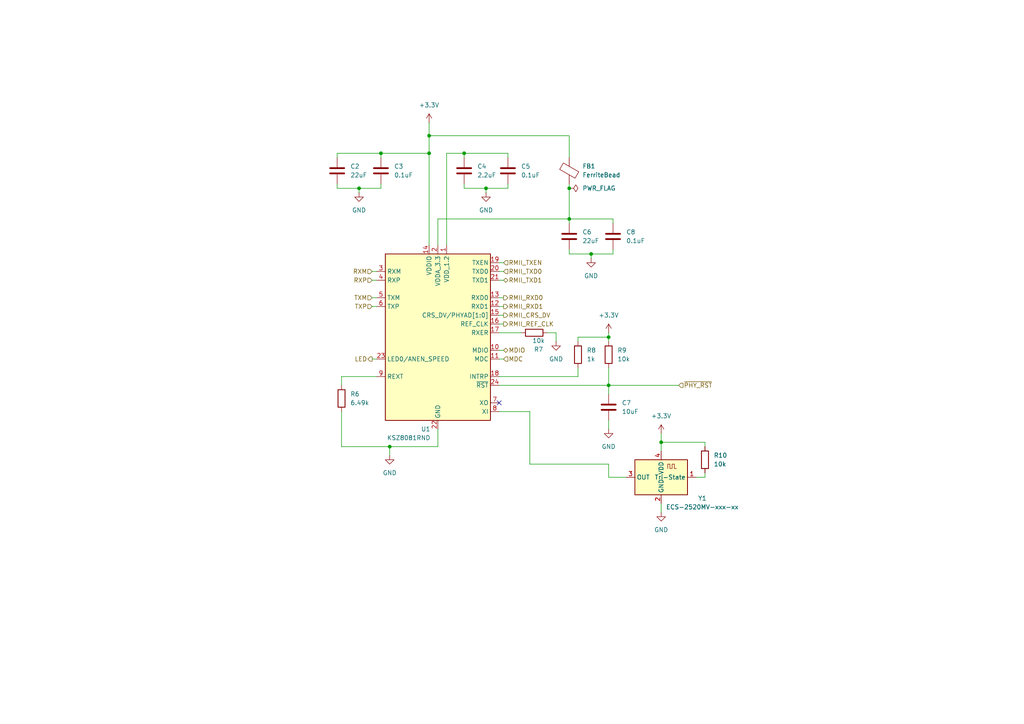
<source format=kicad_sch>
(kicad_sch (version 20250114) (generator "eeschema") (generator_version "9.0")
  (paper "A4")
  (title_block (title "iot-contact"))
  (lib_symbols
    (symbol "Device:C" (pin_numbers (hide yes)) (pin_names (offset 0.254))
      (property "Reference" "C" (at 0.635 2.54 0))
      (property "Value" "C" (at 0.635 -2.54 0))
      (symbol "C_0_1"
        (polyline (pts (xy -2.032 0.762) (xy 2.032 0.762)) (stroke (width 0.508)))
        (polyline (pts (xy -2.032 -0.762) (xy 2.032 -0.762)) (stroke (width 0.508)))
      )
      (symbol "C_1_1"
        (pin passive line (at 0 3.81 270) (length 2.794) (name "~") (number "1"))
        (pin passive line (at 0 -3.81 90) (length 2.794) (name "~") (number "2"))
      )
    )
    (symbol "Device:FerriteBead" (pin_numbers (hide yes)) (pin_names (offset 0))
      (property "Reference" "FB" (at -3.81 0.635 90))
      (property "Value" "FerriteBead" (at 3.81 0 90))
      (symbol "FerriteBead_0_1"
        (polyline (pts (xy -2.7686 0.4064) (xy -1.7018 2.2606) (xy 2.7686 -0.3048) (xy 1.6764 -2.159) (xy -2.7686 0.4064)))
        (polyline (pts (xy 0 1.27) (xy 0 1.2954)))
        (polyline (pts (xy 0 -1.27) (xy 0 -1.2192)))
      )
      (symbol "FerriteBead_1_1"
        (pin passive line (at 0 3.81 270) (length 2.54) (name "~") (number "1"))
        (pin passive line (at 0 -3.81 90) (length 2.54) (name "~") (number "2"))
      )
    )
    (symbol "Device:R" (pin_numbers (hide yes)) (pin_names (offset 0))
      (property "Reference" "R" (at 2.032 0 90))
      (property "Value" "R" (at 0 0 90))
      (symbol "R_0_1"
        (rectangle (start -1.016 -2.54) (end 1.016 2.54) (stroke (width 0.254)))
      )
      (symbol "R_1_1"
        (pin passive line (at 0 3.81 270) (length 1.27) (name "~") (number "1"))
        (pin passive line (at 0 -3.81 90) (length 1.27) (name "~") (number "2"))
      )
    )
    (symbol "Interface_Ethernet:KSZ8081RND"
      (property "Reference" "U" (at -15.24 26.035 0))
      (property "Value" "KSZ8081RND" (at 3.81 26.035 0))
      (symbol "KSZ8081RND_0_1"
        (rectangle (start -15.24 25.4) (end 15.24 -22.86) (stroke (width 0.254)) (fill (type background)))
      )
      (symbol "KSZ8081RND_1_1"
        (pin input line (at -17.78 22.86 0) (length 2.54) (name "TXEN") (number "19"))
        (pin input line (at -17.78 20.32 0) (length 2.54) (name "TXD0") (number "20"))
        (pin bidirectional line (at -17.78 17.78 0) (length 2.54) (name "TXD1") (number "21"))
        (pin output line (at -17.78 12.7 0) (length 2.54) (name "RXD0") (number "13"))
        (pin output line (at -17.78 10.16 0) (length 2.54) (name "RXD1") (number "12"))
        (pin output line (at -17.78 7.62 0) (length 2.54) (name "CRS_DV/PHYAD[1:0]") (number "15"))
        (pin output line (at -17.78 5.08 0) (length 2.54) (name "REF_CLK") (number "16"))
        (pin output line (at -17.78 2.54 0) (length 2.54) (name "RXER") (number "17"))
        (pin bidirectional line (at -17.78 -2.54 0) (length 2.54) (name "MDIO") (number "10"))
        (pin input line (at -17.78 -5.08 0) (length 2.54) (name "MDC") (number "11"))
        (pin bidirectional line (at -17.78 -10.16 0) (length 2.54) (name "INTRP") (number "18"))
        (pin input line (at -17.78 -12.7 0) (length 2.54) (name "~{RST}") (number "24"))
        (pin output line (at -17.78 -17.78 0) (length 2.54) (name "XO") (number "7"))
        (pin input line (at -17.78 -20.32 0) (length 2.54) (name "XI") (number "8"))
        (pin power_out line (at -2.54 27.94 270) (length 2.54) (name "VDD_1.2") (number "1"))
        (pin power_in line (at 0 27.94 270) (length 2.54) (name "VDDA_3.3") (number "2"))
        (pin power_in line (at 0 -25.4 90) (length 2.54) (name "GND") (number "22"))
        (pin passive line (at 0 -25.4 90) (length 2.54) (hide yes) (name "GND") (number "25"))
        (pin power_in line (at 2.54 27.94 270) (length 2.54) (name "VDDIO") (number "14"))
        (pin bidirectional line (at 17.78 20.32 180) (length 2.54) (name "RXM") (number "3"))
        (pin bidirectional line (at 17.78 17.78 180) (length 2.54) (name "RXP") (number "4"))
        (pin bidirectional line (at 17.78 12.7 180) (length 2.54) (name "TXM") (number "5"))
        (pin bidirectional line (at 17.78 10.16 180) (length 2.54) (name "TXP") (number "6"))
        (pin output line (at 17.78 -5.08 180) (length 2.54) (name "LED0/ANEN_SPEED") (number "23"))
        (pin passive line (at 17.78 -10.16 180) (length 2.54) (name "REXT") (number "9"))
      )
    )
    (symbol "Oscillator:ECS-2520MV-xxx-xx"
      (property "Reference" "Y" (at -5.08 6.35 0))
      (property "Value" "ECS-2520MV-xxx-xx" (at 1.27 -6.35 0))
      (symbol "ECS-2520MV-xxx-xx_0_1"
        (rectangle (start -7.62 5.08) (end 7.62 -5.08) (stroke (width 0.254)) (fill (type background)))
        (polyline (pts (xy -4.445 2.54) (xy -3.81 2.54) (xy -3.81 3.81) (xy -3.175 3.81) (xy -3.175 2.54) (xy -2.54 2.54) (xy -2.54 3.81) (xy -1.905 3.81) (xy -1.905 2.54)))
      )
      (symbol "ECS-2520MV-xxx-xx_1_1"
        (pin input line (at -10.16 0 0) (length 2.54) (name "Tri-State") (number "1"))
        (pin power_in line (at 0 7.62 270) (length 2.54) (name "VDD") (number "4"))
        (pin power_in line (at 0 -7.62 90) (length 2.54) (name "GND") (number "2"))
        (pin output line (at 10.16 0 180) (length 2.54) (name "OUT") (number "3"))
      )
    )
    (symbol "power:+3.3V" (power) (pin_numbers (hide yes)) (pin_names (offset 0) (hide yes))
      (property "Value" "+3.3V" (at 0 3.556 0))
      (symbol "+3.3V_0_1"
        (polyline (pts (xy -0.762 1.27) (xy 0 2.54)))
        (polyline (pts (xy 0 2.54) (xy 0.762 1.27)))
        (polyline (pts (xy 0 0) (xy 0 2.54)))
      )
      (symbol "+3.3V_1_1"
        (pin power_in line (at 0 0 90) (length 0) (name "~") (number "1"))
      )
    )
    (symbol "power:GND" (power) (pin_numbers (hide yes)) (pin_names (offset 0) (hide yes))
      (property "Value" "GND" (at 0 -3.81 0))
      (symbol "GND_0_1"
        (polyline (pts (xy 0 0) (xy 0 -1.27) (xy 1.27 -1.27) (xy 0 -2.54) (xy -1.27 -1.27) (xy 0 -1.27)))
      )
      (symbol "GND_1_1"
        (pin power_in line (at 0 0 270) (length 0) (name "~") (number "1"))
      )
    )
    (symbol "power:PWR_FLAG" (power) (pin_numbers (hide yes)) (pin_names (offset 0) (hide yes))
      (property "Value" "PWR_FLAG" (at 0 3.81 0))
      (symbol "PWR_FLAG_0_0"
        (pin power_out line (at 0 0 90) (length 0) (name "~") (number "1"))
      )
      (symbol "PWR_FLAG_0_1"
        (polyline (pts (xy 0 0) (xy 0 1.27) (xy -1.016 1.905) (xy 0 2.54) (xy 1.016 1.905) (xy 0 1.27)))
      )
    )
  )
  (junction (at 165.1 63.5))
  (junction (at 104.14 54.61))
  (junction (at 110.49 44.45))
  (junction (at 165.1 54.61))
  (junction (at 134.62 44.45))
  (junction (at 171.45 73.66))
  (junction (at 176.53 97.79))
  (junction (at 124.46 44.45))
  (junction (at 176.53 111.76))
  (junction (at 124.46 39.37))
  (junction (at 140.97 54.61))
  (junction (at 113.03 129.54))
  (junction (at 191.77 128.27))
  (no_connect (at 144.78 116.84))
  (wire (pts (xy 127 129.54) (xy 127 124.46)))
  (wire (pts (xy 107.95 81.28) (xy 109.22 81.28)))
  (wire (pts (xy 104.14 54.61) (xy 104.14 55.88)))
  (wire (pts (xy 201.93 138.43) (xy 204.47 138.43)))
  (wire (pts (xy 134.62 44.45) (xy 134.62 45.72)))
  (wire (pts (xy 167.64 99.06) (xy 167.64 97.79)))
  (wire (pts (xy 144.78 76.2) (xy 146.05 76.2)))
  (wire (pts (xy 204.47 128.27) (xy 191.77 128.27)))
  (wire (pts (xy 144.78 101.6) (xy 146.05 101.6)))
  (wire (pts (xy 99.06 119.38) (xy 99.06 129.54)))
  (wire (pts (xy 144.78 81.28) (xy 146.05 81.28)))
  (wire (pts (xy 176.53 106.68) (xy 176.53 111.76)))
  (wire (pts (xy 177.8 63.5) (xy 177.8 64.77)))
  (wire (pts (xy 124.46 44.45) (xy 124.46 71.12)))
  (wire (pts (xy 191.77 125.73) (xy 191.77 128.27)))
  (wire (pts (xy 176.53 134.62) (xy 153.67 134.62)))
  (wire (pts (xy 144.78 88.9) (xy 146.05 88.9)))
  (wire (pts (xy 181.61 138.43) (xy 176.53 138.43)))
  (wire (pts (xy 204.47 128.27) (xy 204.47 129.54)))
  (wire (pts (xy 110.49 53.34) (xy 110.49 54.61)))
  (wire (pts (xy 97.79 53.34) (xy 97.79 54.61)))
  (wire (pts (xy 165.1 39.37) (xy 124.46 39.37)))
  (wire (pts (xy 99.06 109.22) (xy 109.22 109.22)))
  (wire (pts (xy 134.62 53.34) (xy 134.62 54.61)))
  (wire (pts (xy 176.53 111.76) (xy 176.53 114.3)))
  (wire (pts (xy 144.78 78.74) (xy 146.05 78.74)))
  (wire (pts (xy 127 63.5) (xy 165.1 63.5)))
  (wire (pts (xy 107.95 88.9) (xy 109.22 88.9)))
  (wire (pts (xy 97.79 54.61) (xy 104.14 54.61)))
  (wire (pts (xy 165.1 63.5) (xy 177.8 63.5)))
  (wire (pts (xy 97.79 44.45) (xy 110.49 44.45)))
  (wire (pts (xy 171.45 73.66) (xy 171.45 74.93)))
  (wire (pts (xy 129.54 71.12) (xy 129.54 44.45)))
  (wire (pts (xy 124.46 35.56) (xy 124.46 39.37)))
  (wire (pts (xy 191.77 146.05) (xy 191.77 148.59)))
  (wire (pts (xy 144.78 111.76) (xy 176.53 111.76)))
  (wire (pts (xy 165.1 54.61) (xy 165.1 63.5)))
  (wire (pts (xy 165.1 45.72) (xy 165.1 39.37)))
  (wire (pts (xy 144.78 96.52) (xy 151.13 96.52)))
  (wire (pts (xy 147.32 53.34) (xy 147.32 54.61)))
  (wire (pts (xy 176.53 111.76) (xy 196.85 111.76)))
  (wire (pts (xy 165.1 64.77) (xy 165.1 63.5)))
  (wire (pts (xy 144.78 86.36) (xy 146.05 86.36)))
  (wire (pts (xy 134.62 44.45) (xy 147.32 44.45)))
  (wire (pts (xy 158.75 96.52) (xy 161.29 96.52)))
  (wire (pts (xy 144.78 91.44) (xy 146.05 91.44)))
  (wire (pts (xy 165.1 72.39) (xy 165.1 73.66)))
  (wire (pts (xy 110.49 54.61) (xy 104.14 54.61)))
  (wire (pts (xy 144.78 104.14) (xy 146.05 104.14)))
  (wire (pts (xy 153.67 134.62) (xy 153.67 119.38)))
  (wire (pts (xy 99.06 111.76) (xy 99.06 109.22)))
  (wire (pts (xy 165.1 53.34) (xy 165.1 54.61)))
  (wire (pts (xy 113.03 129.54) (xy 113.03 132.08)))
  (wire (pts (xy 134.62 54.61) (xy 140.97 54.61)))
  (wire (pts (xy 124.46 39.37) (xy 124.46 44.45)))
  (wire (pts (xy 153.67 119.38) (xy 144.78 119.38)))
  (wire (pts (xy 191.77 128.27) (xy 191.77 130.81)))
  (wire (pts (xy 176.53 121.92) (xy 176.53 124.46)))
  (wire (pts (xy 167.64 109.22) (xy 167.64 106.68)))
  (wire (pts (xy 176.53 138.43) (xy 176.53 134.62)))
  (wire (pts (xy 161.29 96.52) (xy 161.29 99.06)))
  (wire (pts (xy 129.54 44.45) (xy 134.62 44.45)))
  (wire (pts (xy 127 71.12) (xy 127 63.5)))
  (wire (pts (xy 147.32 44.45) (xy 147.32 45.72)))
  (wire (pts (xy 177.8 73.66) (xy 171.45 73.66)))
  (wire (pts (xy 110.49 44.45) (xy 124.46 44.45)))
  (wire (pts (xy 140.97 54.61) (xy 140.97 55.88)))
  (wire (pts (xy 110.49 44.45) (xy 110.49 45.72)))
  (wire (pts (xy 176.53 96.52) (xy 176.53 97.79)))
  (wire (pts (xy 113.03 129.54) (xy 127 129.54)))
  (wire (pts (xy 167.64 97.79) (xy 176.53 97.79)))
  (wire (pts (xy 97.79 45.72) (xy 97.79 44.45)))
  (wire (pts (xy 107.95 78.74) (xy 109.22 78.74)))
  (wire (pts (xy 204.47 138.43) (xy 204.47 137.16)))
  (wire (pts (xy 177.8 72.39) (xy 177.8 73.66)))
  (wire (pts (xy 107.95 104.14) (xy 109.22 104.14)))
  (wire (pts (xy 99.06 129.54) (xy 113.03 129.54)))
  (wire (pts (xy 147.32 54.61) (xy 140.97 54.61)))
  (wire (pts (xy 107.95 86.36) (xy 109.22 86.36)))
  (wire (pts (xy 144.78 109.22) (xy 167.64 109.22)))
  (wire (pts (xy 144.78 93.98) (xy 146.05 93.98)))
  (wire (pts (xy 176.53 97.79) (xy 176.53 99.06)))
  (wire (pts (xy 165.1 73.66) (xy 171.45 73.66)))
  (hierarchical_label "RMII_REF_CLK" (shape output) (at 146.05 93.98 0))
  (hierarchical_label "~{PHY_RST}" (shape input) (at 196.85 111.76 0))
  (hierarchical_label "RMII_TXEN" (shape input) (at 146.05 76.2 0))
  (hierarchical_label "MDC" (shape input) (at 146.05 104.14 0))
  (hierarchical_label "RMII_TXD0" (shape input) (at 146.05 78.74 0))
  (hierarchical_label "TXP" (shape input) (at 107.95 88.9 180))
  (hierarchical_label "MDIO" (shape bidirectional) (at 146.05 101.6 0))
  (hierarchical_label "RMII_TXD1" (shape bidirectional) (at 146.05 81.28 0))
  (hierarchical_label "RXP" (shape input) (at 107.95 81.28 180))
  (hierarchical_label "TXM" (shape input) (at 107.95 86.36 180))
  (hierarchical_label "RMII_CRS_DV" (shape output) (at 146.05 91.44 0))
  (hierarchical_label "RMII_RXD1" (shape output) (at 146.05 88.9 0))
  (hierarchical_label "RMII_RXD0" (shape output) (at 146.05 86.36 0))
  (hierarchical_label "RXM" (shape input) (at 107.95 78.74 180))
  (hierarchical_label "LED" (shape output) (at 107.95 104.14 180))
  (symbol (lib_id "Device:C") (at 177.8 68.58 0) (unit 1)
    (property "Reference" "C8" (at 181.61 67.3099 0) (effects (justify left)))
    (property "Value" "0.1uF" (at 181.61 69.8499 0) (effects (justify left)))
    (property "Description" "Unpolarized capacitor" (effects (hide yes)))
  )
  (symbol (lib_id "Oscillator:ECS-2520MV-xxx-xx") (at 191.77 138.43 0) (mirror y) (unit 1)
    (property "Reference" "Y1" (at 203.708 144.526 0))
    (property "Value" "ECS-2520MV-xxx-xx" (at 203.708 147.066 0))
    (property "Footprint" "Oscillator:Oscillator_SMD_ECS_2520MV-xxx-xx-4Pin_2.5x2.0mm" (effects (hide yes)))
    (property "Datasheet" "https://www.ecsxtal.com/store/pdf/ECS-2520MV.pdf" (effects (hide yes)))
    (property "Description" "HCMOS Crystal Clock Oscillator, 2.5x2.0 mm SMD" (effects (hide yes)))
    (property "MPN" "ECS-2520MV-500-BN-TR" (effects (hide yes)))
    (property "Manufacturer" "ECS Inc." (effects (hide yes)))
  )
  (symbol (lib_id "Device:C") (at 134.62 49.53 0) (unit 1)
    (property "Reference" "C4" (at 138.43 48.2599 0) (effects (justify left)))
    (property "Value" "2.2uF" (at 138.43 50.7999 0) (effects (justify left)))
    (property "Description" "Unpolarized capacitor" (effects (hide yes)))
  )
  (symbol (lib_id "Device:R") (at 167.64 102.87 0) (unit 1)
    (property "Reference" "R8" (at 170.18 101.5999 0) (effects (justify left)))
    (property "Value" "1k" (at 170.18 104.1399 0) (effects (justify left)))
    (property "Description" "Resistor" (effects (hide yes)))
  )
  (symbol (lib_id "power:GND") (at 140.97 55.88 0) (unit 1)
    (property "Reference" "#PWR015" (effects (hide yes)))
    (property "Value" "GND" (at 140.97 60.96 0))
    (property "Description" "Power symbol creates a global label with name \"GND\" , ground" (effects (hide yes)))
  )
  (symbol (lib_id "power:GND") (at 113.03 132.08 0) (unit 1)
    (property "Reference" "#PWR013" (effects (hide yes)))
    (property "Value" "GND" (at 113.03 137.16 0))
    (property "Description" "Power symbol creates a global label with name \"GND\" , ground" (effects (hide yes)))
  )
  (symbol (lib_id "Device:R") (at 204.47 133.35 0) (unit 1)
    (property "Reference" "R10" (at 207.01 132.0799 0) (effects (justify left)))
    (property "Value" "10k" (at 207.01 134.6199 0) (effects (justify left)))
    (property "Description" "Resistor" (effects (hide yes)))
  )
  (symbol (lib_id "Device:C") (at 176.53 118.11 0) (unit 1)
    (property "Reference" "C7" (at 180.34 116.8399 0) (effects (justify left)))
    (property "Value" "10uF" (at 180.34 119.3799 0) (effects (justify left)))
    (property "Description" "Unpolarized capacitor" (effects (hide yes)))
  )
  (symbol (lib_id "Device:R") (at 99.06 115.57 0) (unit 1)
    (property "Reference" "R6" (at 101.6 114.2999 0) (effects (justify left)))
    (property "Value" "6.49k" (at 101.6 116.8399 0) (effects (justify left)))
    (property "Description" "Resistor" (effects (hide yes)))
  )
  (symbol (lib_id "Device:FerriteBead") (at 165.1 49.53 0) (unit 1)
    (property "Reference" "FB1" (at 168.91 48.2091 0) (effects (justify left)))
    (property "Value" "FerriteBead" (at 168.91 50.7491 0) (effects (justify left)))
    (property "Description" "Ferrite bead" (effects (hide yes)))
  )
  (symbol (lib_id "Interface_Ethernet:KSZ8081RND") (at 127 99.06 0) (mirror y) (unit 1)
    (property "Reference" "U1" (at 124.8567 124.46 0) (effects (justify left)))
    (property "Value" "KSZ8081RND" (at 124.8567 127 0) (effects (justify left)))
    (property "Footprint" "Package_DFN_QFN:QFN-24-1EP_4x4mm_P0.5mm_EP2.6x2.6mm" (effects (hide yes)))
    (property "Datasheet" "http://ww1.microchip.com/downloads/en/DeviceDoc/00002199A.pdf" (effects (hide yes)))
    (property "Description" "10BASE-T/100BASE-TX PHY with RMII Support, 50 MHz input clock, QFN-24" (effects (hide yes)))
  )
  (symbol (lib_id "power:GND") (at 171.45 74.93 0) (unit 1)
    (property "Reference" "#PWR017" (effects (hide yes)))
    (property "Value" "GND" (at 171.45 80.01 0))
    (property "Description" "Power symbol creates a global label with name \"GND\" , ground" (effects (hide yes)))
  )
  (symbol (lib_id "power:+3.3V") (at 191.77 125.73 0) (unit 1)
    (property "Reference" "#PWR010" (effects (hide yes)))
    (property "Value" "+3.3V" (at 191.77 120.65 0))
    (property "Description" "Power symbol creates a global label with name \"+3.3V\"" (effects (hide yes)))
  )
  (symbol (lib_id "Device:C") (at 165.1 68.58 0) (unit 1)
    (property "Reference" "C6" (at 168.91 67.3099 0) (effects (justify left)))
    (property "Value" "22uF" (at 168.91 69.8499 0) (effects (justify left)))
    (property "Description" "Unpolarized capacitor" (effects (hide yes)))
  )
  (symbol (lib_id "Device:R") (at 154.94 96.52 270) (mirror x) (unit 1)
    (property "Reference" "R7" (at 156.21 101.346 90))
    (property "Value" "10k" (at 156.21 98.806 90))
    (property "Description" "Resistor" (effects (hide yes)))
  )
  (symbol (lib_id "power:GND") (at 176.53 124.46 0) (unit 1)
    (property "Reference" "#PWR019" (effects (hide yes)))
    (property "Value" "GND" (at 176.53 129.54 0))
    (property "Description" "Power symbol creates a global label with name \"GND\" , ground" (effects (hide yes)))
  )
  (symbol (lib_id "power:+3.3V") (at 176.53 96.52 0) (unit 1)
    (property "Reference" "#PWR07" (effects (hide yes)))
    (property "Value" "+3.3V" (at 176.53 91.44 0))
    (property "Description" "Power symbol creates a global label with name \"+3.3V\"" (effects (hide yes)))
  )
  (symbol (lib_id "power:GND") (at 161.29 99.06 0) (unit 1)
    (property "Reference" "#PWR016" (effects (hide yes)))
    (property "Value" "GND" (at 161.29 104.14 0))
    (property "Description" "Power symbol creates a global label with name \"GND\" , ground" (effects (hide yes)))
  )
  (symbol (lib_id "power:+3.3V") (at 124.46 35.56 0) (unit 1)
    (property "Reference" "#PWR014" (effects (hide yes)))
    (property "Value" "+3.3V" (at 124.46 30.48 0))
    (property "Description" "Power symbol creates a global label with name \"+3.3V\"" (effects (hide yes)))
  )
  (symbol (lib_id "Device:R") (at 176.53 102.87 0) (unit 1)
    (property "Reference" "R9" (at 179.07 101.5999 0) (effects (justify left)))
    (property "Value" "10k" (at 179.07 104.1399 0) (effects (justify left)))
    (property "Description" "Resistor" (effects (hide yes)))
  )
  (symbol (lib_id "Device:C") (at 110.49 49.53 0) (unit 1)
    (property "Reference" "C3" (at 114.3 48.2599 0) (effects (justify left)))
    (property "Value" "0.1uF" (at 114.3 50.7999 0) (effects (justify left)))
    (property "Description" "Unpolarized capacitor" (effects (hide yes)))
  )
  (symbol (lib_id "Device:C") (at 97.79 49.53 0) (unit 1)
    (property "Reference" "C2" (at 101.6 48.2599 0) (effects (justify left)))
    (property "Value" "22uF" (at 101.6 50.7999 0) (effects (justify left)))
    (property "Description" "Unpolarized capacitor" (effects (hide yes)))
  )
  (symbol (lib_id "power:PWR_FLAG") (at 165.1 54.61 270) (unit 1)
    (property "Reference" "#FLG02" (effects (hide yes)))
    (property "Value" "PWR_FLAG" (at 168.91 54.6099 90) (effects (justify left)))
    (property "Description" "Special symbol for telling ERC where power comes from" (effects (hide yes)))
  )
  (symbol (lib_id "power:GND") (at 104.14 55.88 0) (unit 1)
    (property "Reference" "#PWR012" (effects (hide yes)))
    (property "Value" "GND" (at 104.14 60.96 0))
    (property "Description" "Power symbol creates a global label with name \"GND\" , ground" (effects (hide yes)))
  )
  (symbol (lib_id "Device:C") (at 147.32 49.53 0) (unit 1)
    (property "Reference" "C5" (at 151.13 48.2599 0) (effects (justify left)))
    (property "Value" "0.1uF" (at 151.13 50.7999 0) (effects (justify left)))
    (property "Description" "Unpolarized capacitor" (effects (hide yes)))
  )
  (symbol (lib_id "power:GND") (at 191.77 148.59 0) (unit 1)
    (property "Reference" "#PWR021" (effects (hide yes)))
    (property "Value" "GND" (at 191.77 153.67 0))
    (property "Description" "Power symbol creates a global label with name \"GND\" , ground" (effects (hide yes)))
  )
)
</source>
